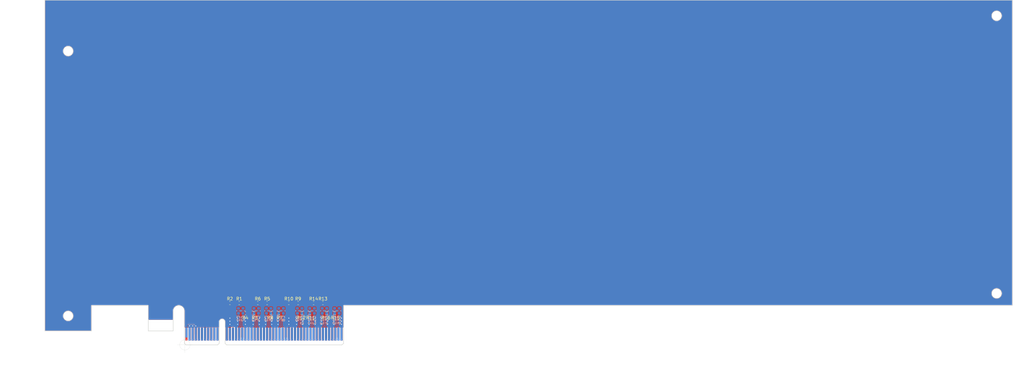
<source format=kicad_pcb>
(kicad_pcb (version 20211014) (generator pcbnew)
  (title_block (title "PCIexpress_x16_full") (company "Author: Luca Anastasio"))
  (layers (0 "F.Cu" power) (1 "In1.Cu" power) (2 "In2.Cu" power) (31 "B.Cu" power) (34 "B.Paste" user) (35 "F.Paste" user) (36 "B.SilkS" user "B.Silkscreen") (37 "F.SilkS" user "F.Silkscreen") (38 "B.Mask" user) (39 "F.Mask" user) (44 "Edge.Cuts" user))
  (net 0 "")
  (net 1 "GND")
  (net 2 "Net-(J2-PadA33)")
  (net 3 "Net-(J2-PadA32)")
  (net 4 "Net-(J2-PadA19)")
  (net 5 "+12V")
  (net 6 "+3V3")
  (net 7 "+3.3VA")
  (net 8 "Net-(J2-PadB12)")
  (net 9 "Net-(J2-PadB30)")
  (net 10 "/PER0_P")
  (net 11 "/PER0_N")
  (net 12 "/PER1_P")
  (net 13 "/PER1_N")
  (net 14 "/PER2_P")
  (net 15 "/PER2_N")
  (net 16 "/PER3_P")
  (net 17 "/PER3_N")
  (net 18 "/PER4_P")
  (net 19 "/PER4_N")
  (net 20 "/PER5_P")
  (net 21 "/PER5_N")
  (net 22 "/PER6_P")
  (net 23 "/PER6_N")
  (net 24 "/PER7_P")
  (net 25 "/PER7_N")
  (net 26 "/~{PRSNT2x8}")
  (net 27 "/PET7_N")
  (net 28 "/PET7_P")
  (net 29 "/PET6_N")
  (net 30 "/PET6_P")
  (net 31 "/PET5_N")
  (net 32 "/PET5_P")
  (net 33 "/PET4_N")
  (net 34 "/PET4_P")
  (net 35 "/~{PRSNT2x4}")
  (net 36 "/PET3_N")
  (net 37 "/PET3_P")
  (net 38 "/PET2_N")
  (net 39 "/PET2_P")
  (net 40 "/PET1_N")
  (net 41 "/PET1_P")
  (net 42 "/SMCLK")
  (net 43 "/SMDAT")
  (net 44 "/~{TRST}")
  (net 45 "/~{WAKE}")
  (net 46 "/PET0_P")
  (net 47 "/PET0_N")
  (net 48 "/~{PRSNT2x1}")
  (net 49 "/~{PRSNT1}")
  (net 50 "/TCK")
  (net 51 "/TDI")
  (net 52 "/TDO")
  (net 53 "/TMS")
  (net 54 "/~{PERST}")
  (net 55 "/REFCLK-")
  (net 56 "/REFCLK+")
  (net 57 "/PCIexpress_connector/_PER0_P")
  (net 58 "/PCIexpress_connector/_PER0_N")
  (net 59 "/PCIexpress_connector/_PER1_P")
  (net 60 "/PCIexpress_connector/_PER1_N")
  (net 61 "/PCIexpress_connector/_PER2_P")
  (net 62 "/PCIexpress_connector/_PER2_N")
  (net 63 "/PCIexpress_connector/_PER3_P")
  (net 64 "/PCIexpress_connector/_PER3_N")
  (net 65 "/PCIexpress_connector/_PER4_P")
  (net 66 "/PCIexpress_connector/_PER4_N")
  (net 67 "/PCIexpress_connector/_PER5_P")
  (net 68 "/PCIexpress_connector/_PER5_N")
  (net 69 "/PCIexpress_connector/_PER6_P")
  (net 70 "/PCIexpress_connector/_PER6_N")
  (net 71 "/PCIexpress_connector/_PER7_P")
  (net 72 "/PCIexpress_connector/_PER7_N")
  (footprint "PCIexpress:PCIexpress_bracket_full" (layer "F.Cu") (at 109.625 194.125)
    (fp_text reference "J1" hide)
    (fp_text value "PCIexpress_bracket")
  )
  (footprint "Resistor_SMD:R_0603_1608Metric" (layer "F.Cu") (at 127.125 180.625)
    (fp_text reference "R1" (at 0 -1.375) (layer "F.SilkS"))
    (fp_text value "49.9")
    (pad "1" smd roundrect locked (at -0.7875 0) (size 0.875 0.95) (layers "F.Cu" "F.Paste" "F.Mask") (net 47 "/PET0_N"))
    (pad "2" smd roundrect locked (at 0.7875 0) (size 0.875 0.95) (layers "F.Cu" "F.Paste" "F.Mask") (net 1 "GND"))
  )
  (footprint "Resistor_SMD:R_0603_1608Metric" (layer "F.Cu") (at 124.125 180.625 180)
    (fp_text reference "R2" (at 0 1.375) (layer "F.SilkS"))
    (fp_text value "49.9")
    (pad "1" smd roundrect locked (at -0.7875 0 180) (size 0.875 0.95) (layers "F.Cu" "F.Paste" "F.Mask") (net 46 "/PET0_P"))
    (pad "2" smd roundrect locked (at 0.7875 0 180) (size 0.875 0.95) (layers "F.Cu" "F.Paste" "F.Mask") (net 1 "GND"))
  )
  (footprint "Resistor_SMD:R_0603_1608Metric" (layer "F.Cu") (at 136.125 180.625)
    (fp_text reference "R5" (at 0 -1.375) (layer "F.SilkS"))
    (fp_text value "49.9")
    (pad "1" smd roundrect locked (at -0.7875 0) (size 0.875 0.95) (layers "F.Cu" "F.Paste" "F.Mask") (net 38 "/PET2_N"))
    (pad "2" smd roundrect locked (at 0.7875 0) (size 0.875 0.95) (layers "F.Cu" "F.Paste" "F.Mask") (net 1 "GND"))
  )
  (footprint "Resistor_SMD:R_0603_1608Metric" (layer "F.Cu") (at 133.125 180.625 180)
    (fp_text reference "R6" (at 0 1.375) (layer "F.SilkS"))
    (fp_text value "49.9")
    (pad "1" smd roundrect locked (at -0.7875 0 180) (size 0.875 0.95) (layers "F.Cu" "F.Paste" "F.Mask") (net 39 "/PET2_P"))
    (pad "2" smd roundrect locked (at 0.7875 0 180) (size 0.875 0.95) (layers "F.Cu" "F.Paste" "F.Mask") (net 1 "GND"))
  )
  (footprint "Resistor_SMD:R_0603_1608Metric" (layer "F.Cu") (at 140.125 183.875)
    (fp_text reference "R7" (at 0 1.5) (layer "F.SilkS"))
    (fp_text value "49.9")
    (pad "1" smd roundrect locked (at -0.7875 0) (size 0.875 0.95) (layers "F.Cu" "F.Paste" "F.Mask") (net 36 "/PET3_N"))
    (pad "2" smd roundrect locked (at 0.7875 0) (size 0.875 0.95) (layers "F.Cu" "F.Paste" "F.Mask") (net 1 "GND"))
  )
  (footprint "Resistor_SMD:R_0603_1608Metric" (layer "F.Cu") (at 137.125 183.875 180)
    (fp_text reference "R8" (at 0 -1.5) (layer "F.SilkS"))
    (fp_text value "49.9")
    (pad "1" smd roundrect locked (at -0.7875 0 180) (size 0.875 0.95) (layers "F.Cu" "F.Paste" "F.Mask") (net 37 "/PET3_P"))
    (pad "2" smd roundrect locked (at 0.7875 0 180) (size 0.875 0.95) (layers "F.Cu" "F.Paste" "F.Mask") (net 1 "GND"))
  )
  (footprint "Resistor_SMD:R_0603_1608Metric" (layer "F.Cu") (at 146.125 180.625)
    (fp_text reference "R9" (at 0 -1.375) (layer "F.SilkS"))
    (fp_text value "49.9")
    (pad "1" smd roundrect locked (at -0.7875 0) (size 0.875 0.95) (layers "F.Cu" "F.Paste" "F.Mask") (net 33 "/PET4_N"))
    (pad "2" smd roundrect locked (at 0.7875 0) (size 0.875 0.95) (layers "F.Cu" "F.Paste" "F.Mask") (net 1 "GND"))
  )
  (footprint "Resistor_SMD:R_0603_1608Metric" (layer "F.Cu") (at 143.125 180.625 180)
    (fp_text reference "R10" (at 0 1.375) (layer "F.SilkS"))
    (fp_text value "49.9")
    (pad "1" smd roundrect locked (at -0.7875 0 180) (size 0.875 0.95) (layers "F.Cu" "F.Paste" "F.Mask") (net 34 "/PET4_P"))
    (pad "2" smd roundrect locked (at 0.7875 0 180) (size 0.875 0.95) (layers "F.Cu" "F.Paste" "F.Mask") (net 1 "GND"))
  )
  (footprint "Resistor_SMD:R_0603_1608Metric" (layer "F.Cu") (at 150.125 183.875)
    (fp_text reference "R11" (at 0 1.5) (layer "F.SilkS"))
    (fp_text value "49.9")
    (pad "1" smd roundrect locked (at -0.7875 0) (size 0.875 0.95) (layers "F.Cu" "F.Paste" "F.Mask") (net 31 "/PET5_N"))
    (pad "2" smd roundrect locked (at 0.7875 0) (size 0.875 0.95) (layers "F.Cu" "F.Paste" "F.Mask") (net 1 "GND"))
  )
  (footprint "Resistor_SMD:R_0603_1608Metric" (layer "F.Cu") (at 147.125 183.875 180)
    (fp_text reference "R12" (at 0 -1.5) (layer "F.SilkS"))
    (fp_text value "49.9")
    (pad "1" smd roundrect locked (at -0.7875 0 180) (size 0.875 0.95) (layers "F.Cu" "F.Paste" "F.Mask") (net 32 "/PET5_P"))
    (pad "2" smd roundrect locked (at 0.7875 0 180) (size 0.875 0.95) (layers "F.Cu" "F.Paste" "F.Mask") (net 1 "GND"))
  )
  (footprint "Resistor_SMD:R_0603_1608Metric" (layer "F.Cu") (at 154.125 180.625)
    (fp_text reference "R13" (at 0 -1.375) (layer "F.SilkS"))
    (fp_text value "49.9")
    (pad "1" smd roundrect locked (at -0.7875 0) (size 0.875 0.95) (layers "F.Cu" "F.Paste" "F.Mask") (net 29 "/PET6_N"))
    (pad "2" smd roundrect locked (at 0.7875 0) (size 0.875 0.95) (layers "F.Cu" "F.Paste" "F.Mask") (net 1 "GND"))
  )
  (footprint "Resistor_SMD:R_0603_1608Metric" (layer "F.Cu") (at 151.125 180.625 180)
    (fp_text reference "R14" (at 0 1.375) (layer "F.SilkS"))
    (fp_text value "49.9")
    (pad "1" smd roundrect locked (at -0.7875 0 180) (size 0.875 0.95) (layers "F.Cu" "F.Paste" "F.Mask") (net 30 "/PET6_P"))
    (pad "2" smd roundrect locked (at 0.7875 0 180) (size 0.875 0.95) (layers "F.Cu" "F.Paste" "F.Mask") (net 1 "GND"))
  )
  (footprint "Resistor_SMD:R_0603_1608Metric" (layer "F.Cu") (at 158.125 183.875)
    (fp_text reference "R15" (at 0 1.5) (layer "F.SilkS"))
    (fp_text value "49.9")
    (pad "1" smd roundrect locked (at -0.7875 0) (size 0.875 0.95) (layers "F.Cu" "F.Paste" "F.Mask") (net 27 "/PET7_N"))
    (pad "2" smd roundrect locked (at 0.7875 0) (size 0.875 0.95) (layers "F.Cu" "F.Paste" "F.Mask") (net 1 "GND"))
  )
  (footprint "Resistor_SMD:R_0603_1608Metric" (layer "F.Cu") (at 155.125 183.875 180)
    (fp_text reference "R16" (at 0 -1.5) (layer "F.SilkS"))
    (fp_text value "49.9")
    (pad "1" smd roundrect locked (at -0.7875 0 180) (size 0.875 0.95) (layers "F.Cu" "F.Paste" "F.Mask") (net 28 "/PET7_P"))
    (pad "2" smd roundrect locked (at 0.7875 0 180) (size 0.875 0.95) (layers "F.Cu" "F.Paste" "F.Mask") (net 1 "GND"))
  )
  (footprint "Resistor_SMD:R_0603_1608Metric" (layer "F.Cu") (at 129.125 183.875 180)
    (fp_text reference "R4" (at 0 -1.5) (layer "F.SilkS"))
    (fp_text value "49.9")
    (pad "1" smd roundrect locked (at -0.7875 0 180) (size 0.875 0.95) (layers "F.Cu" "F.Paste" "F.Mask") (net 41 "/PET1_P"))
    (pad "2" smd roundrect locked (at 0.7875 0 180) (size 0.875 0.95) (layers "F.Cu" "F.Paste" "F.Mask") (net 1 "GND"))
  )
  (footprint "Resistor_SMD:R_0603_1608Metric" (layer "F.Cu") (at 132.125 183.875)
    (fp_text reference "R3" (at 0 1.5) (layer "F.SilkS"))
    (fp_text value "49.9")
    (pad "1" smd roundrect locked (at -0.7875 0) (size 0.875 0.95) (layers "F.Cu" "F.Paste" "F.Mask") (net 40 "/PET1_N"))
    (pad "2" smd roundrect locked (at 0.7875 0) (size 0.875 0.95) (layers "F.Cu" "F.Paste" "F.Mask") (net 1 "GND"))
  )
  (footprint "PCIexpress:PCIexpress_x8" (layer "F.Cu") (at 109.625 194.125)
    (fp_text reference "J2" hide)
    (fp_text value "PCIexpress_x8")
    (pad "A1" connect rect locked (at 0.5 -4) (size 0.7 3.2) (layers "B.Cu") (net 49 "/~{PRSNT1}"))
    (pad "A2" connect rect locked (at 1.5 -3.5) (size 0.7 4.2) (layers "B.Cu") (net 5 "+12V"))
    (pad "A3" connect rect locked (at 2.5 -3.5) (size 0.7 4.2) (layers "B.Cu") (net 5 "+12V"))
    (pad "A4" connect rect locked (at 3.5 -3.5) (size 0.7 4.2) (layers "B.Cu") (net 1 "GND"))
    (pad "A5" connect rect locked (at 4.5 -3.5) (size 0.7 4.2) (layers "B.Cu") (net 50 "/TCK"))
    (pad "A6" connect rect locked (at 5.5 -3.5) (size 0.7 4.2) (layers "B.Cu") (net 51 "/TDI"))
    (pad "A7" connect rect locked (at 6.5 -3.5) (size 0.7 4.2) (layers "B.Cu") (net 52 "/TDO"))
    (pad "A8" connect rect locked (at 7.5 -3.5) (size 0.7 4.2) (layers "B.Cu") (net 53 "/TMS"))
    (pad "A9" connect rect locked (at 8.5 -3.5) (size 0.7 4.2) (layers "B.Cu") (net 6 "+3V3"))
    (pad "A10" connect rect locked (at 9.5 -3.5) (size 0.7 4.2) (layers "B.Cu") (net 6 "+3V3"))
    (pad "A11" connect rect locked (at 10.5 -3.5) (size 0.7 4.2) (layers "B.Cu") (net 54 "/~{PERST}"))
    (pad "A12" connect rect locked (at 13.5 -3.5) (size 0.7 4.2) (layers "B.Cu") (net 1 "GND"))
    (pad "A13" connect rect locked (at 14.5 -3.5) (size 0.7 4.2) (layers "B.Cu") (net 56 "/REFCLK+"))
    (pad "A14" connect rect locked (at 15.5 -3.5) (size 0.7 4.2) (layers "B.Cu") (net 55 "/REFCLK-"))
    (pad "A15" connect rect locked (at 16.5 -3.5) (size 0.7 4.2) (layers "B.Cu") (net 1 "GND"))
    (pad "A16" connect rect locked (at 17.5 -3.5) (size 0.7 4.2) (layers "B.Cu") (net 57 "/PCIexpress_connector/_PER0_P"))
    (pad "A17" connect rect locked (at 18.5 -3.5) (size 0.7 4.2) (layers "B.Cu") (net 58 "/PCIexpress_connector/_PER0_N"))
    (pad "A18" connect rect locked (at 19.5 -3.5) (size 0.7 4.2) (layers "B.Cu") (net 1 "GND"))
    (pad "A19" connect rect locked (at 20.5 -3.5) (size 0.7 4.2) (layers "B.Cu") (net 4 "Net-(J2-PadA19)"))
    (pad "A20" connect rect locked (at 21.5 -3.5) (size 0.7 4.2) (layers "B.Cu") (net 1 "GND"))
    (pad "A21" connect rect locked (at 22.5 -3.5) (size 0.7 4.2) (layers "B.Cu") (net 59 "/PCIexpress_connector/_PER1_P"))
    (pad "A22" connect rect locked (at 23.5 -3.5) (size 0.7 4.2) (layers "B.Cu") (net 60 "/PCIexpress_connector/_PER1_N"))
    (pad "A23" connect rect locked (at 24.5 -3.5) (size 0.7 4.2) (layers "B.Cu") (net 1 "GND"))
    (pad "A24" connect rect locked (at 25.5 -3.5) (size 0.7 4.2) (layers "B.Cu") (net 1 "GND"))
    (pad "A25" connect rect locked (at 26.5 -3.5) (size 0.7 4.2) (layers "B.Cu") (net 61 "/PCIexpress_connector/_PER2_P"))
    (pad "A26" connect rect locked (at 27.5 -3.5) (size 0.7 4.2) (layers "B.Cu") (net 62 "/PCIexpress_connector/_PER2_N"))
    (pad "A27" connect rect locked (at 28.5 -3.5) (size 0.7 4.2) (layers "B.Cu") (net 1 "GND"))
    (pad "A28" connect rect locked (at 29.5 -3.5) (size 0.7 4.2) (layers "B.Cu") (net 1 "GND"))
    (pad "A29" connect rect locked (at 30.5 -3.5) (size 0.7 4.2) (layers "B.Cu") (net 63 "/PCIexpress_connector/_PER3_P"))
    (pad "A30" connect rect locked (at 31.5 -3.5) (size 0.7 4.2) (layers "B.Cu") (net 64 "/PCIexpress_connector/_PER3_N"))
    (pad "A31" connect rect locked (at 32.5 -3.5) (size 0.7 4.2) (layers "B.Cu") (net 1 "GND"))
    (pad "A32" connect rect locked (at 33.5 -3.5) (size 0.7 4.2) (layers "B.Cu") (net 3 "Net-(J2-PadA32)"))
    (pad "A33" connect rect locked (at 34.5 -3.5) (size 0.7 4.2) (layers "B.Cu") (net 2 "Net-(J2-PadA33)"))
    (pad "A34" connect rect locked (at 35.5 -3.5) (size 0.7 4.2) (layers "B.Cu") (net 1 "GND"))
    (pad "A35" connect rect locked (at 36.5 -3.5) (size 0.7 4.2) (layers "B.Cu") (net 65 "/PCIexpress_connector/_PER4_P"))
    (pad "A36" connect rect locked (at 37.5 -3.5) (size 0.7 4.2) (layers "B.Cu") (net 66 "/PCIexpress_connector/_PER4_N"))
    (pad "A37" connect rect locked (at 38.5 -3.5) (size 0.7 4.2) (layers "B.Cu") (net 1 "GND"))
    (pad "A38" connect rect locked (at 39.5 -3.5) (size 0.7 4.2) (layers "B.Cu") (net 1 "GND"))
    (pad "A39" connect rect locked (at 40.5 -3.5) (size 0.7 4.2) (layers "B.Cu") (net 67 "/PCIexpress_connector/_PER5_P"))
    (pad "A40" connect rect locked (at 41.5 -3.5) (size 0.7 4.2) (layers "B.Cu") (net 68 "/PCIexpress_connector/_PER5_N"))
    (pad "A41" connect rect locked (at 42.5 -3.5) (size 0.7 4.2) (layers "B.Cu") (net 1 "GND"))
    (pad "A42" connect rect locked (at 43.5 -3.5) (size 0.7 4.2) (layers "B.Cu") (net 1 "GND"))
    (pad "A43" connect rect locked (at 44.5 -3.5) (size 0.7 4.2) (layers "B.Cu") (net 69 "/PCIexpress_connector/_PER6_P"))
    (pad "A44" connect rect locked (at 45.5 -3.5) (size 0.7 4.2) (layers "B.Cu") (net 70 "/PCIexpress_connector/_PER6_N"))
    (pad "A45" connect rect locked (at 46.5 -3.5) (size 0.7 4.2) (layers "B.Cu") (net 1 "GND"))
    (pad "A46" connect rect locked (at 47.5 -3.5) (size 0.7 4.2) (layers "B.Cu") (net 1 "GND"))
    (pad "A47" connect rect locked (at 48.5 -3.5) (size 0.7 4.2) (layers "B.Cu") (net 71 "/PCIexpress_connector/_PER7_P"))
    (pad "A48" connect rect locked (at 49.5 -3.5) (size 0.7 4.2) (layers "B.Cu") (net 72 "/PCIexpress_connector/_PER7_N"))
    (pad "A49" connect rect locked (at 50.5 -3.5) (size 0.7 4.2) (layers "B.Cu") (net 1 "GND"))
    (pad "B1" connect rect locked (at 0.5 -3.5) (size 0.7 4.2) (layers "F.Cu") (net 5 "+12V"))
    (pad "B2" connect rect locked (at 1.5 -3.5) (size 0.7 4.2) (layers "F.Cu") (net 5 "+12V"))
    (pad "B3" connect rect locked (at 2.5 -3.5) (size 0.7 4.2) (layers "F.Cu") (net 5 "+12V"))
    (pad "B4" connect rect locked (at 3.5 -3.5) (size 0.7 4.2) (layers "F.Cu") (net 1 "GND"))
    (pad "B5" connect rect locked (at 4.5 -3.5) (size 0.7 4.2) (layers "F.Cu") (net 42 "/SMCLK"))
    (pad "B6" connect rect locked (at 5.5 -3.5) (size 0.7 4.2) (layers "F.Cu") (net 43 "/SMDAT"))
    (pad "B7" connect rect locked (at 6.5 -3.5) (size 0.7 4.2) (layers "F.Cu") (net 1 "GND"))
    (pad "B8" connect rect locked (at 7.5 -3.5) (size 0.7 4.2) (layers "F.Cu") (net 6 "+3V3"))
    (pad "B9" connect rect locked (at 8.5 -3.5) (size 0.7 4.2) (layers "F.Cu") (net 44 "/~{TRST}"))
    (pad "B10" connect rect locked (at 9.5 -3.5) (size 0.7 4.2) (layers "F.Cu") (net 7 "+3.3VA"))
    (pad "B11" connect rect locked (at 10.5 -3.5) (size 0.7 4.2) (layers "F.Cu") (net 45 "/~{WAKE}"))
    (pad "B12" connect rect locked (at 13.5 -3.5) (size 0.7 4.2) (layers "F.Cu") (net 8 "Net-(J2-PadB12)"))
    (pad "B13" connect rect locked (at 14.5 -3.5) (size 0.7 4.2) (layers "F.Cu") (net 1 "GND"))
    (pad "B14" connect rect locked (at 15.5 -3.5) (size 0.7 4.2) (layers "F.Cu") (net 46 "/PET0_P"))
    (pad "B15" connect rect locked (at 16.5 -3.5) (size 0.7 4.2) (layers "F.Cu") (net 47 "/PET0_N"))
    (pad "B16" connect rect locked (at 17.5 -3.5) (size 0.7 4.2) (layers "F.Cu") (net 1 "GND"))
    (pad "B17" connect rect locked (at 18.5 -4) (size 0.7 3.2) (layers "F.Cu") (net 48 "/~{PRSNT2x1}"))
    (pad "B18" connect rect locked (at 19.5 -3.5) (size 0.7 4.2) (layers "F.Cu") (net 1 "GND"))
    (pad "B19" connect rect locked (at 20.5 -3.5) (size 0.7 4.2) (layers "F.Cu") (net 41 "/PET1_P"))
    (pad "B20" connect rect locked (at 21.5 -3.5) (size 0.7 4.2) (layers "F.Cu") (net 40 "/PET1_N"))
    (pad "B21" connect rect locked (at 22.5 -3.5) (size 0.7 4.2) (layers "F.Cu") (net 1 "GND"))
    (pad "B22" connect rect locked (at 23.5 -3.5) (size 0.7 4.2) (layers "F.Cu") (net 1 "GND"))
    (pad "B23" connect rect locked (at 24.5 -3.5) (size 0.7 4.2) (layers "F.Cu") (net 39 "/PET2_P"))
    (pad "B24" connect rect locked (at 25.5 -3.5) (size 0.7 4.2) (layers "F.Cu") (net 38 "/PET2_N"))
    (pad "B25" connect rect locked (at 26.5 -3.5) (size 0.7 4.2) (layers "F.Cu") (net 1 "GND"))
    (pad "B26" connect rect locked (at 27.5 -3.5) (size 0.7 4.2) (layers "F.Cu") (net 1 "GND"))
    (pad "B27" connect rect locked (at 28.5 -3.5) (size 0.7 4.2) (layers "F.Cu") (net 37 "/PET3_P"))
    (pad "B28" connect rect locked (at 29.5 -3.5) (size 0.7 4.2) (layers "F.Cu") (net 36 "/PET3_N"))
    (pad "B29" connect rect locked (at 30.5 -3.5) (size 0.7 4.2) (layers "F.Cu") (net 1 "GND"))
    (pad "B30" connect rect locked (at 31.5 -3.5) (size 0.7 4.2) (layers "F.Cu") (net 9 "Net-(J2-PadB30)"))
    (pad "B31" connect rect locked (at 32.5 -4) (size 0.7 3.2) (layers "F.Cu") (net 35 "/~{PRSNT2x4}"))
    (pad "B32" connect rect locked (at 33.5 -3.5) (size 0.7 4.2) (layers "F.Cu") (net 1 "GND"))
    (pad "B33" connect rect locked (at 34.5 -3.5) (size 0.7 4.2) (layers "F.Cu") (net 34 "/PET4_P"))
    (pad "B34" connect rect locked (at 35.5 -3.5) (size 0.7 4.2) (layers "F.Cu") (net 33 "/PET4_N"))
    (pad "B35" connect rect locked (at 36.5 -3.5) (size 0.7 4.2) (layers "F.Cu") (net 1 "GND"))
    (pad "B36" connect rect locked (at 37.5 -3.5) (size 0.7 4.2) (layers "F.Cu") (net 1 "GND"))
    (pad "B37" connect rect locked (at 38.5 -3.5) (size 0.7 4.2) (layers "F.Cu") (net 32 "/PET5_P"))
    (pad "B38" connect rect locked (at 39.5 -3.5) (size 0.7 4.2) (layers "F.Cu") (net 31 "/PET5_N"))
    (pad "B39" connect rect locked (at 40.5 -3.5) (size 0.7 4.2) (layers "F.Cu") (net 1 "GND"))
    (pad "B40" connect rect locked (at 41.5 -3.5) (size 0.7 4.2) (layers "F.Cu") (net 1 "GND"))
    (pad "B41" connect rect locked (at 42.5 -3.5) (size 0.7 4.2) (layers "F.Cu") (net 30 "/PET6_P"))
    (pad "B42" connect rect locked (at 43.5 -3.5) (size 0.7 4.2) (layers "F.Cu") (net 29 "/PET6_N"))
    (pad "B43" connect rect locked (at 44.5 -3.5) (size 0.7 4.2) (layers "F.Cu") (net 1 "GND"))
    (pad "B44" connect rect locked (at 45.5 -3.5) (size 0.7 4.2) (layers "F.Cu") (net 1 "GND"))
    (pad "B45" connect rect locked (at 46.5 -3.5) (size 0.7 4.2) (layers "F.Cu") (net 28 "/PET7_P"))
    (pad "B46" connect rect locked (at 47.5 -3.5) (size 0.7 4.2) (layers "F.Cu") (net 27 "/PET7_N"))
    (pad "B47" connect rect locked (at 48.5 -3.5) (size 0.7 4.2) (layers "F.Cu") (net 1 "GND"))
    (pad "B48" connect rect locked (at 49.5 -4) (size 0.7 3.2) (layers "F.Cu") (net 26 "/~{PRSNT2x8}"))
    (pad "B49" connect rect locked (at 50.5 -3.5) (size 0.7 4.2) (layers "F.Cu") (net 1 "GND"))
  )
  (footprint "Capacitor_SMD:C_0603_1608Metric" (layer "B.Cu") (at 126.875 183.125 -90)
    (fp_text reference "C1" (at 2.5 0 90) (layer "B.SilkS") (effects (justify mirror)))
    (fp_text value "100n")
    (pad "1" smd roundrect locked (at -0.7875 0 270) (size 0.875 0.95) (layers "B.Cu" "B.Paste" "B.Mask") (net 10 "/PER0_P"))
    (pad "2" smd roundrect locked (at 0.7875 0 270) (size 0.875 0.95) (layers "B.Cu" "B.Paste" "B.Mask") (net 57 "/PCIexpress_connector/_PER0_P"))
  )
  (footprint "Capacitor_SMD:C_0603_1608Metric" (layer "B.Cu") (at 128.375 183.125 90)
    (fp_text reference "C2" (at -2.5 0 90) (layer "B.SilkS") (effects (justify mirror)))
    (fp_text value "100n")
    (pad "1" smd roundrect locked (at -0.7875 0 90) (size 0.875 0.95) (layers "B.Cu" "B.Paste" "B.Mask") (net 58 "/PCIexpress_connector/_PER0_N"))
    (pad "2" smd roundrect locked (at 0.7875 0 90) (size 0.875 0.95) (layers "B.Cu" "B.Paste" "B.Mask") (net 11 "/PER0_N"))
  )
  (footprint "Capacitor_SMD:C_0603_1608Metric" (layer "B.Cu") (at 131.875 183.125 -90)
    (fp_text reference "C3" (at 2.5 0 90) (layer "B.SilkS") (effects (justify mirror)))
    (fp_text value "100n")
    (pad "1" smd roundrect locked (at -0.7875 0 270) (size 0.875 0.95) (layers "B.Cu" "B.Paste" "B.Mask") (net 12 "/PER1_P"))
    (pad "2" smd roundrect locked (at 0.7875 0 270) (size 0.875 0.95) (layers "B.Cu" "B.Paste" "B.Mask") (net 59 "/PCIexpress_connector/_PER1_P"))
  )
  (footprint "Capacitor_SMD:C_0603_1608Metric" (layer "B.Cu") (at 133.375 183.125 90)
    (fp_text reference "C4" (at -2.5 0 90) (layer "B.SilkS") (effects (justify mirror)))
    (fp_text value "100n")
    (pad "1" smd roundrect locked (at -0.7875 0 90) (size 0.875 0.95) (layers "B.Cu" "B.Paste" "B.Mask") (net 60 "/PCIexpress_connector/_PER1_N"))
    (pad "2" smd roundrect locked (at 0.7875 0 90) (size 0.875 0.95) (layers "B.Cu" "B.Paste" "B.Mask") (net 13 "/PER1_N"))
  )
  (footprint "Capacitor_SMD:C_0603_1608Metric" (layer "B.Cu") (at 135.875 183.125 -90)
    (fp_text reference "C5" (at 2.5 0 90) (layer "B.SilkS") (effects (justify mirror)))
    (fp_text value "100n")
    (pad "1" smd roundrect locked (at -0.7875 0 270) (size 0.875 0.95) (layers "B.Cu" "B.Paste" "B.Mask") (net 14 "/PER2_P"))
    (pad "2" smd roundrect locked (at 0.7875 0 270) (size 0.875 0.95) (layers "B.Cu" "B.Paste" "B.Mask") (net 61 "/PCIexpress_connector/_PER2_P"))
  )
  (footprint "Capacitor_SMD:C_0603_1608Metric" (layer "B.Cu") (at 137.375 183.125 90)
    (fp_text reference "C6" (at -2.5 0 90) (layer "B.SilkS") (effects (justify mirror)))
    (fp_text value "100n")
    (pad "1" smd roundrect locked (at -0.7875 0 90) (size 0.875 0.95) (layers "B.Cu" "B.Paste" "B.Mask") (net 62 "/PCIexpress_connector/_PER2_N"))
    (pad "2" smd roundrect locked (at 0.7875 0 90) (size 0.875 0.95) (layers "B.Cu" "B.Paste" "B.Mask") (net 15 "/PER2_N"))
  )
  (footprint "Capacitor_SMD:C_0603_1608Metric" (layer "B.Cu") (at 139.875 183.125 -90)
    (fp_text reference "C7" (at 2.5 0 90) (layer "B.SilkS") (effects (justify mirror)))
    (fp_text value "100n")
    (pad "1" smd roundrect locked (at -0.7875 0 270) (size 0.875 0.95) (layers "B.Cu" "B.Paste" "B.Mask") (net 16 "/PER3_P"))
    (pad "2" smd roundrect locked (at 0.7875 0 270) (size 0.875 0.95) (layers "B.Cu" "B.Paste" "B.Mask") (net 63 "/PCIexpress_connector/_PER3_P"))
  )
  (footprint "Capacitor_SMD:C_0603_1608Metric" (layer "B.Cu") (at 141.375 183.125 90)
    (fp_text reference "C8" (at -2.5 0 90) (layer "B.SilkS") (effects (justify mirror)))
    (fp_text value "100n")
    (pad "1" smd roundrect locked (at -0.7875 0 90) (size 0.875 0.95) (layers "B.Cu" "B.Paste" "B.Mask") (net 64 "/PCIexpress_connector/_PER3_N"))
    (pad "2" smd roundrect locked (at 0.7875 0 90) (size 0.875 0.95) (layers "B.Cu" "B.Paste" "B.Mask") (net 17 "/PER3_N"))
  )
  (footprint "Capacitor_SMD:C_0603_1608Metric" (layer "B.Cu") (at 145.875 183.125 -90)
    (fp_text reference "C9" (at 2.5 0 90) (layer "B.SilkS") (effects (justify mirror)))
    (fp_text value "100n")
    (pad "1" smd roundrect locked (at -0.7875 0 270) (size 0.875 0.95) (layers "B.Cu" "B.Paste" "B.Mask") (net 18 "/PER4_P"))
    (pad "2" smd roundrect locked (at 0.7875 0 270) (size 0.875 0.95) (layers "B.Cu" "B.Paste" "B.Mask") (net 65 "/PCIexpress_connector/_PER4_P"))
  )
  (footprint "Capacitor_SMD:C_0603_1608Metric" (layer "B.Cu") (at 147.375 183.125 90)
    (fp_text reference "C10" (at -3 0 90) (layer "B.SilkS") (effects (justify mirror)))
    (fp_text value "100n")
    (pad "1" smd roundrect locked (at -0.7875 0 90) (size 0.875 0.95) (layers "B.Cu" "B.Paste" "B.Mask") (net 66 "/PCIexpress_connector/_PER4_N"))
    (pad "2" smd roundrect locked (at 0.7875 0 90) (size 0.875 0.95) (layers "B.Cu" "B.Paste" "B.Mask") (net 19 "/PER4_N"))
  )
  (footprint "Capacitor_SMD:C_0603_1608Metric" (layer "B.Cu") (at 149.875 183.125 -90)
    (fp_text reference "C11" (at 3 0 90) (layer "B.SilkS") (effects (justify mirror)))
    (fp_text value "100n")
    (pad "1" smd roundrect locked (at -0.7875 0 270) (size 0.875 0.95) (layers "B.Cu" "B.Paste" "B.Mask") (net 20 "/PER5_P"))
    (pad "2" smd roundrect locked (at 0.7875 0 270) (size 0.875 0.95) (layers "B.Cu" "B.Paste" "B.Mask") (net 67 "/PCIexpress_connector/_PER5_P"))
  )
  (footprint "Capacitor_SMD:C_0603_1608Metric" (layer "B.Cu") (at 151.375 183.125 90)
    (fp_text reference "C12" (at -3 0 90) (layer "B.SilkS") (effects (justify mirror)))
    (fp_text value "100n")
    (pad "1" smd roundrect locked (at -0.7875 0 90) (size 0.875 0.95) (layers "B.Cu" "B.Paste" "B.Mask") (net 68 "/PCIexpress_connector/_PER5_N"))
    (pad "2" smd roundrect locked (at 0.7875 0 90) (size 0.875 0.95) (layers "B.Cu" "B.Paste" "B.Mask") (net 21 "/PER5_N"))
  )
  (footprint "Capacitor_SMD:C_0603_1608Metric" (layer "B.Cu") (at 155.375 183.125 90)
    (fp_text reference "C14" (at -3 0 90) (layer "B.SilkS") (effects (justify mirror)))
    (fp_text value "100n")
    (pad "1" smd roundrect locked (at -0.7875 0 90) (size 0.875 0.95) (layers "B.Cu" "B.Paste" "B.Mask") (net 70 "/PCIexpress_connector/_PER6_N"))
    (pad "2" smd roundrect locked (at 0.7875 0 90) (size 0.875 0.95) (layers "B.Cu" "B.Paste" "B.Mask") (net 23 "/PER6_N"))
  )
  (footprint "Capacitor_SMD:C_0603_1608Metric" (layer "B.Cu") (at 157.875 183.125 -90)
    (fp_text reference "C15" (at 3 0 90) (layer "B.SilkS") (effects (justify mirror)))
    (fp_text value "100n")
    (pad "1" smd roundrect locked (at -0.7875 0 270) (size 0.875 0.95) (layers "B.Cu" "B.Paste" "B.Mask") (net 24 "/PER7_P"))
    (pad "2" smd roundrect locked (at 0.7875 0 270) (size 0.875 0.95) (layers "B.Cu" "B.Paste" "B.Mask") (net 71 "/PCIexpress_connector/_PER7_P"))
  )
  (footprint "Capacitor_SMD:C_0603_1608Metric" (layer "B.Cu") (at 159.375 183.125 90)
    (fp_text reference "C16" (at -3 0 90) (layer "B.SilkS") (effects (justify mirror)))
    (fp_text value "100n")
    (pad "1" smd roundrect locked (at -0.7875 0 90) (size 0.875 0.95) (layers "B.Cu" "B.Paste" "B.Mask") (net 72 "/PCIexpress_connector/_PER7_N"))
    (pad "2" smd roundrect locked (at 0.7875 0 90) (size 0.875 0.95) (layers "B.Cu" "B.Paste" "B.Mask") (net 25 "/PER7_N"))
  )
  (footprint "Capacitor_SMD:C_0603_1608Metric" (layer "B.Cu") (at 153.875 183.125 -90)
    (fp_text reference "C13" (at 3 0 90) (layer "B.SilkS") (effects (justify mirror)))
    (fp_text value "100n")
    (pad "1" smd roundrect locked (at -0.7875 0 270) (size 0.875 0.95) (layers "B.Cu" "B.Paste" "B.Mask") (net 22 "/PER6_P"))
    (pad "2" smd roundrect locked (at 0.7875 0 270) (size 0.875 0.95) (layers "B.Cu" "B.Paste" "B.Mask") (net 69 "/PCIexpress_connector/_PER6_P"))
  )
  (gr_circle (center 71.975 184.775) (end 73.575 184.775) (layer "Edge.Cuts") (width 0.15) (fill none))
  (gr_line (start 79.475 189.625) (end 79.475 181.375) (layer "Edge.Cuts") (width 0.15))
  (gr_line (start 122.575 186.675) (end 122.575 193.625) (layer "Edge.Cuts") (width 0.15))
  (gr_line (start 120.675 193.625) (end 120.675 186.675) (layer "Edge.Cuts") (width 0.15))
  (gr_line (start 64.475 82.975) (end 64.475 189.625) (layer "Edge.Cuts") (width 0.15))
  (gr_circle (center 71.975 99.375) (end 73.575 99.375) (layer "Edge.Cuts") (width 0.15) (fill none))
  (gr_line (start 64.475 189.625) (end 79.475 189.625) (layer "Edge.Cuts") (width 0.15))
  (gr_line (start 105.825 189.625) (end 105.825 183.2) (layer "Edge.Cuts") (width 0.15))
  (gr_line (start 160.275 194.125) (end 160.775 193.625) (layer "Edge.Cuts") (width 0.15))
  (gr_line (start 160.775 193.625) (end 160.775 181.375) (layer "Edge.Cuts") (width 0.15))
  (gr_line (start 120.175 194.125) (end 120.675 193.625) (layer "Edge.Cuts") (width 0.15))
  (gr_line (start 376.475 82.975) (end 64.475 82.975) (layer "Edge.Cuts") (width 0.15))
  (gr_line (start 79.475 181.375) (end 97.825 181.375) (layer "Edge.Cuts") (width 0.15))
  (gr_line (start 97.825 181.375) (end 97.825 189.625) (layer "Edge.Cuts") (width 0.15))
  (gr_circle (center 371.395 177.525) (end 372.995 177.525) (layer "Edge.Cuts") (width 0.15) (fill none))
  (gr_line (start 160.775 181.375) (end 376.4777 181.375) (layer "Edge.Cuts") (width 0.15))
  (gr_line (start 376.4777 181.375) (end 376.475 82.975) (layer "Edge.Cuts") (width 0.15))
  (gr_line (start 109.475 193.625) (end 109.975 194.125) (layer "Edge.Cuts") (width 0.15))
  (gr_arc (start 120.675 186.675) (mid 121.625 185.725) (end 122.575 186.675) (layer "Edge.Cuts") (width 0.15))
  (gr_line (start 109.475 183.2) (end 109.475 193.625) (layer "Edge.Cuts") (width 0.15))
  (gr_circle (center 371.395 87.995) (end 372.995 87.995) (layer "Edge.Cuts") (width 0.15) (fill none))
  (gr_line (start 97.825 189.625) (end 105.825 189.625) (layer "Edge.Cuts") (width 0.15))
  (gr_line (start 109.975 194.125) (end 120.175 194.125) (layer "Edge.Cuts") (width 0.15))
  (gr_arc (start 105.825 183.2) (mid 107.65 181.375) (end 109.475 183.2) (layer "Edge.Cuts") (width 0.15))
  (gr_line (start 122.575 193.625) (end 123.075 194.125) (layer "Edge.Cuts") (width 0.15))
  (gr_line (start 160.275 194.125) (end 123.075 194.125) (layer "Edge.Cuts") (width 0.15))
  (target plus (at 109.625 194.125) (size 5) (width 0.05) (layer "Edge.Cuts"))
  (segment (start 113.125 188.125) (end 113.125 188.125) (width 0.7) (layer "F.Cu") (net 1))
  (segment (start 113.125 190.625) (end 113.125 188) (width 0.7) (layer "F.Cu") (net 1))
  (via (at 124.125 185.5) (size 0.55) (drill 0.3) (layers "F.Cu" "B.Cu") (net 1))
  (via (at 143.125 185.5) (size 0.55) (drill 0.3) (layers "F.Cu" "B.Cu") (net 1))
  (via (at 157.625 185.5) (size 0.55) (drill 0.3) (layers "F.Cu" "B.Cu") (net 1))
  (via (at 135.625 185.5) (size 0.55) (drill 0.3) (layers "F.Cu" "B.Cu") (net 1))
  (via (at 139.625 185.5) (size 0.55) (drill 0.3) (layers "F.Cu" "B.Cu") (net 1))
  (via (at 133.625 185.5) (size 0.55) (drill 0.3) (layers "F.Cu" "B.Cu") (net 1))
  (via (at 129.125 185.5) (size 0.55) (drill 0.3) (layers "F.Cu" "B.Cu") (net 1))
  (via (at 155.625 185.5) (size 0.55) (drill 0.3) (layers "F.Cu" "B.Cu") (net 1))
  (via (at 149.625 185.5) (size 0.55) (drill 0.3) (layers "F.Cu" "B.Cu") (net 1))
  (via (at 147.625 185.5) (size 0.55) (drill 0.3) (layers "F.Cu" "B.Cu") (net 1))
  (via (at 145.625 185.5) (size 0.55) (drill 0.3) (layers "F.Cu" "B.Cu") (net 1))
  (via (at 160.125 185.5) (size 0.55) (drill 0.3) (layers "F.Cu" "B.Cu") (net 1))
  (via (at 151.625 185.5) (size 0.55) (drill 0.3) (layers "F.Cu" "B.Cu") (net 1))
  (via (at 153.625 185.5) (size 0.55) (drill 0.3) (layers "F.Cu" "B.Cu") (net 1))
  (via (at 126.625 185.5) (size 0.55) (drill 0.3) (layers "F.Cu" "B.Cu") (net 1))
  (via (at 131.625 185.5) (size 0.55) (drill 0.3) (layers "F.Cu" "B.Cu") (net 1))
  (via (at 137.625 185.5) (size 0.55) (drill 0.3) (layers "F.Cu" "B.Cu") (net 1))
  (via (at 137.625 186.5) (size 0.55) (drill 0.3) (layers "F.Cu" "B.Cu") (net 1))
  (via (at 149.625 187.5) (size 0.55) (drill 0.3) (layers "F.Cu" "B.Cu") (net 1))
  (via (at 137.625 187.5) (size 0.55) (drill 0.3) (layers "F.Cu" "B.Cu") (net 1))
  (via (at 131.625 187.5) (size 0.55) (drill 0.3) (layers "F.Cu" "B.Cu") (net 1))
  (via (at 153.625 187.5) (size 0.55) (drill 0.3) (layers "F.Cu" "B.Cu") (net 1))
  (via (at 143.125 187.5) (size 0.55) (drill 0.3) (layers "F.Cu" "B.Cu") (net 1))
  (via (at 151.625 187.5) (size 0.55) (drill 0.3) (layers "F.Cu" "B.Cu") (net 1))
  (via (at 129.125 186.5) (size 0.55) (drill 0.3) (layers "F.Cu" "B.Cu") (net 1))
  (via (at 160.125 187.5) (size 0.55) (drill 0.3) (layers "F.Cu" "B.Cu") (net 1))
  (via (at 157.625 187.5) (size 0.55) (drill 0.3) (layers "F.Cu" "B.Cu") (net 1))
  (via (at 145.625 186.5) (size 0.55) (drill 0.3) (layers "F.Cu" "B.Cu") (net 1))
  (via (at 129.125 187.5) (size 0.55) (drill 0.3) (layers "F.Cu" "B.Cu") (net 1))
  (via (at 151.625 186.5) (size 0.55) (drill 0.3) (layers "F.Cu" "B.Cu") (net 1))
  (via (at 131.625 186.5) (size 0.55) (drill 0.3) (layers "F.Cu" "B.Cu") (net 1))
  (via (at 135.625 186.5) (size 0.55) (drill 0.3) (layers "F.Cu" "B.Cu") (net 1))
  (via (at 153.625 186.5) (size 0.55) (drill 0.3) (layers "F.Cu" "B.Cu") (net 1))
  (via (at 157.625 186.5) (size 0.55) (drill 0.3) (layers "F.Cu" "B.Cu") (net 1))
  (via (at 133.625 186.5) (size 0.55) (drill 0.3) (layers "F.Cu" "B.Cu") (net 1))
  (via (at 124.125 187.5) (size 0.55) (drill 0.3) (layers "F.Cu" "B.Cu") (net 1))
  (via (at 145.625 187.5) (size 0.55) (drill 0.3) (layers "F.Cu" "B.Cu") (net 1))
  (via (at 147.625 187.5) (size 0.55) (drill 0.3) (layers "F.Cu" "B.Cu") (net 1))
  (via (at 133.625 187.5) (size 0.55) (drill 0.3) (layers "F.Cu" "B.Cu") (net 1))
  (via (at 143.125 186.5) (size 0.55) (drill 0.3) (layers "F.Cu" "B.Cu") (net 1))
  (via (at 139.625 186.5) (size 0.55) (drill 0.3) (layers "F.Cu" "B.Cu") (net 1))
  (via (at 135.625 187.5) (size 0.55) (drill 0.3) (layers "F.Cu" "B.Cu") (net 1))
  (via (at 160.125 186.5) (size 0.55) (drill 0.3) (layers "F.Cu" "B.Cu") (net 1))
  (via (at 126.625 187.5) (size 0.55) (drill 0.3) (layers "F.Cu" "B.Cu") (net 1))
  (via (at 147.625 186.5) (size 0.55) (drill 0.3) (layers "F.Cu" "B.Cu") (net 1))
  (via (at 126.625 186.5) (size 0.55) (drill 0.3) (layers "F.Cu" "B.Cu") (net 1))
  (via (at 139.625 187.5) (size 0.55) (drill 0.3) (layers "F.Cu" "B.Cu") (net 1))
  (via (at 113.125 188) (size 0.55) (drill 0.3) (layers "F.Cu" "B.Cu") (net 1))
  (via (at 124.125 186.5) (size 0.55) (drill 0.3) (layers "F.Cu" "B.Cu") (net 1))
  (via (at 149.625 186.5) (size 0.55) (drill 0.3) (layers "F.Cu" "B.Cu") (net 1))
  (via (at 155.625 187.5) (size 0.55) (drill 0.3) (layers "F.Cu" "B.Cu") (net 1))
  (via (at 155.625 186.5) (size 0.55) (drill 0.3) (layers "F.Cu" "B.Cu") (net 1))
  (segment (start 111.125 190.625) (end 111.125 188) (width 0.0889) (layer "F.Cu") (net 5))
  (via (at 111.125 188) (size 0.55) (drill 0.3) (layers "F.Cu" "B.Cu") (net 5))
  (via (at 112.125 188) (size 0.55) (drill 0.3) (layers "F.Cu" "B.Cu") (net 5))
  (segment (start 157.3375 184.5375) (end 157.3375 183.875) (width 0.2) (layer "F.Cu") (net 27))
  (segment (start 157.125 188.375) (end 156.825 188.075) (width 0.2) (layer "F.Cu") (net 27))
  (segment (start 156.825 188.075) (end 156.825 185.05) (width 0.2) (layer "F.Cu") (net 27))
  (segment (start 157.125 190.625) (end 157.125 188.375) (width 0.2) (layer "F.Cu") (net 27))
  (segment (start 156.825 185.05) (end 157.3375 184.5375) (width 0.2) (layer "F.Cu") (net 27))
  (segment (start 156.425 185.05) (end 155.9125 184.5375) (width 0.2) (layer "F.Cu") (net 28))
  (segment (start 156.125 188.375) (end 156.425 188.075) (width 0.2) (layer "F.Cu") (net 28))
  (segment (start 156.125 190.625) (end 156.125 188.375) (width 0.2) (layer "F.Cu") (net 28))
  (segment (start 155.9125 184.5375) (end 155.9125 183.875) (width 0.2) (layer "F.Cu") (net 28))
  (segment (start 156.425 188.075) (end 156.425 185.05) (width 0.2) (layer "F.Cu") (net 28))
  (segment (start 152.825 188.075) (end 153.125 188.375) (width 0.2) (layer "F.Cu") (net 29))
  (segment (start 153.125 188.375) (end 153.125 190.625) (width 0.2) (layer "F.Cu") (net 29))
  (segment (start 152.825 181.8) (end 152.825 188.075) (width 0.2) (layer "F.Cu") (net 29))
  (segment (start 153.3375 181.2875) (end 152.825 181.8) (width 0.2) (layer "F.Cu") (net 29))
  (segment (start 153.3375 180.625) (end 153.3375 181.2875) (width 0.2) (layer "F.Cu") (net 29))
  (segment (start 151.9125 181.26875) (end 152.425 181.78125) (width 0.2) (layer "F.Cu") (net 30))
  (segment (start 152.425 188.075) (end 152.125 188.375) (width 0.2) (layer "F.Cu") (net 30))
  (segment (start 152.125 188.375) (end 152.125 190.625) (width 0.2) (layer "F.Cu") (net 30))
  (segment (start 151.9125 180.625) (end 151.9125 181.26875) (width 0.2) (layer "F.Cu") (net 30))
  (segment (start 152.425 181.78125) (end 152.425 188.075) (width 0.2) (layer "F.Cu") (net 30))
  (segment (start 148.825 188.075) (end 148.825 185.05) (width 0.2) (layer "F.Cu") (net 31))
  (segment (start 149.125 190.625) (end 149.125 188.375) (width 0.2) (layer "F.Cu") (net 31))
  (segment (start 149.125 188.375) (end 148.825 188.075) (width 0.2) (layer "F.Cu") (net 31))
  (segment (start 148.825 185.05) (end 149.3375 184.5375) (width 0.2) (layer "F.Cu") (net 31))
  (segment (start 149.3375 184.5375) (end 149.3375 183.875) (width 0.2) (layer "F.Cu") (net 31))
  (segment (start 148.425 188.075) (end 148.425 185.05) (width 0.2) (layer "F.Cu") (net 32))
  (segment (start 147.9125 184.5375) (end 147.9125 183.875) (width 0.2) (layer "F.Cu") (net 32))
  (segment (start 148.425 185.05) (end 147.9125 184.5375) (width 0.2) (layer "F.Cu") (net 32))
  (segment (start 148.125 188.375) (end 148.425 188.075) (width 0.2) (layer "F.Cu") (net 32))
  (segment (start 148.125 190.625) (end 148.125 188.375) (width 0.2) (layer "F.Cu") (net 32))
  (segment (start 145.3375 180.625) (end 145.3375 181.2875) (width 0.2) (layer "F.Cu") (net 33))
  (segment (start 144.825 188.075) (end 145.125 188.375) (width 0.2) (layer "F.Cu") (net 33))
  (segment (start 144.825 181.8) (end 144.825 188.075) (width 0.2) (layer "F.Cu") (net 33))
  (segment (start 145.3375 181.2875) (end 144.825 181.8) (width 0.2) (layer "F.Cu") (net 33))
  (segment (start 145.125 188.375) (end 145.125 190.625) (width 0.2) (layer "F.Cu") (net 33))
  (segment (start 144.425 188.075) (end 144.125 188.375) (width 0.2) (layer "F.Cu") (net 34))
  (segment (start 144.125 188.375) (end 144.125 190.625) (width 0.2) (layer "F.Cu") (net 34))
  (segment (start 143.9125 180.625) (end 143.9125 181.26875) (width 0.2) (layer "F.Cu") (net 34))
  (segment (start 143.9125 181.26875) (end 144.425 181.78125) (width 0.2) (layer "F.Cu") (net 34))
  (segment (start 144.425 181.78125) (end 144.425 188.075) (width 0.2) (layer "F.Cu") (net 34))
  (segment (start 139.125 190.625) (end 139.125 188.375) (width 0.2) (layer "F.Cu") (net 36))
  (segment (start 138.825 185.05) (end 139.3375 184.5375) (width 0.2) (layer "F.Cu") (net 36))
  (segment (start 138.825 188.075) (end 138.825 185.05) (width 0.2) (layer "F.Cu") (net 36))
  (segment (start 139.3375 184.5375) (end 139.3375 183.875) (width 0.2) (layer "F.Cu") (net 36))
  (segment (start 139.125 188.375) (end 138.825 188.075) (width 0.2) (layer "F.Cu") (net 36))
  (segment (start 138.125 188.375) (end 138.425 188.075) (width 0.2) (layer "F.Cu") (net 37))
  (segment (start 138.425 188.075) (end 138.425 185.05) (width 0.2) (layer "F.Cu") (net 37))
  (segment (start 138.425 185.05) (end 137.9125 184.5375) (width 0.2) (layer "F.Cu") (net 37))
  (segment (start 138.125 190.625) (end 138.125 188.375) (width 0.2) (layer "F.Cu") (net 37))
  (segment (start 137.9125 184.5375) (end 137.9125 183.875) (width 0.2) (layer "F.Cu") (net 37))
  (segment (start 135.125 188.375) (end 135.125 190.625) (width 0.2) (layer "F.Cu") (net 38))
  (segment (start 134.825 181.8) (end 134.825 188.075) (width 0.2) (layer "F.Cu") (net 38))
  (segment (start 135.3375 180.625) (end 135.3375 181.2875) (width 0.2) (layer "F.Cu") (net 38))
  (segment (start 134.825 188.075) (end 135.125 188.375) (width 0.2) (layer "F.Cu") (net 38))
  (segment (start 135.3375 181.2875) (end 134.825 181.8) (width 0.2) (layer "F.Cu") (net 38))
  (segment (start 133.9125 180.625) (end 133.9125 181.26875) (width 0.2) (layer "F.Cu") (net 39))
  (segment (start 133.9125 181.26875) (end 134.425 181.78125) (width 0.2) (layer "F.Cu") (net 39))
  (segment (start 134.425 188.075) (end 134.125 188.375) (width 0.2) (layer "F.Cu") (net 39))
  (segment (start 134.425 181.78125) (end 134.425 188.075) (width 0.2) (layer "F.Cu") (net 39))
  (segment (start 134.125 188.375) (end 134.125 190.625) (width 0.2) (layer "F.Cu") (net 39))
  (segment (start 131.125 188.375) (end 130.825 188.075) (width 0.2) (layer "F.Cu") (net 40))
  (segment (start 131.3375 184.5375) (end 131.3375 183.875) (width 0.2) (layer "F.Cu") (net 40))
  (segment (start 130.825 185.05) (end 131.3375 184.5375) (width 0.2) (layer "F.Cu") (net 40))
  (segment (start 131.125 190.625) (end 131.125 188.375) (width 0.2) (layer "F.Cu") (net 40))
  (segment (start 130.825 188.075) (end 130.825 185.05) (width 0.2) (layer "F.Cu") (net 40))
  (segment (start 130.125 188.375) (end 130.425 188.075) (width 0.2) (layer "F.Cu") (net 41))
  (segment (start 130.425 188.075) (end 130.425 185.05) (width 0.2) (layer "F.Cu") (net 41))
  (segment (start 130.425 185.05) (end 129.9125 184.5375) (width 0.2) (layer "F.Cu") (net 41))
  (segment (start 130.125 190.625) (end 130.125 188.375) (width 0.2) (layer "F.Cu") (net 41))
  (segment (start 129.9125 184.5375) (end 129.9125 183.875) (width 0.2) (layer "F.Cu") (net 41))
  (segment (start 124.9125 181.26875) (end 124.9125 180.625) (width 0.2) (layer "F.Cu") (net 46))
  (segment (start 125.425 188.075) (end 125.425 181.78125) (width 0.2) (layer "F.Cu") (net 46))
  (segment (start 125.125 190.625) (end 125.125 188.375) (width 0.2) (layer "F.Cu") (net 46))
  (segment (start 125.125 188.375) (end 125.425 188.075) (width 0.2) (layer "F.Cu") (net 46))
  (segment (start 125.425 181.78125) (end 124.9125 181.26875) (width 0.2) (layer "F.Cu") (net 46))
  (segment (start 126.125 188.375) (end 125.825 188.075) (width 0.2) (layer "F.Cu") (net 47))
  (segment (start 125.825 181.8) (end 126.3375 181.2875) (width 0.2) (layer "F.Cu") (net 47))
  (segment (start 126.125 190.625) (end 126.125 188.375) (width 0.2) (layer "F.Cu") (net 47))
  (segment (start 126.3375 181.2875) (end 126.3375 180.625) (width 0.2) (layer "F.Cu") (net 47))
  (segment (start 125.825 188.075) (end 125.825 181.8) (width 0.2) (layer "F.Cu") (net 47))
  (segment (start 127.125 188.375) (end 127.125 190.625) (width 0.2) (layer "B.Cu") (net 57))
  (segment (start 126.875 183.9125) (end 126.875 184.5) (width 0.2) (layer "B.Cu") (net 57))
  (segment (start 126.875 184.5) (end 127.425 185.05) (width 0.2) (layer "B.Cu") (net 57))
  (segment (start 127.425 185.05) (end 127.425 188.075) (width 0.2) (layer "B.Cu") (net 57))
  (segment (start 127.425 188.075) (end 127.125 188.375) (width 0.2) (layer "B.Cu") (net 57))
  (segment (start 128.375 183.9125) (end 128.375 184.5) (width 0.2) (layer "B.Cu") (net 58))
  (segment (start 128.125 188.375) (end 128.125 190.625) (width 0.2) (layer "B.Cu") (net 58))
  (segment (start 128.375 184.5) (end 127.825 185.05) (width 0.2) (layer "B.Cu") (net 58))
  (segment (start 127.825 185.05) (end 127.825 188.075) (width 0.2) (layer "B.Cu") (net 58))
  (segment (start 127.825 188.075) (end 128.125 188.375) (width 0.2) (layer "B.Cu") (net 58))
  (segment (start 132.425 188.075) (end 132.125 188.375) (width 0.2) (layer "B.Cu") (net 59))
  (segment (start 132.425 185.05) (end 132.425 188.075) (width 0.2) (layer "B.Cu") (net 59))
  (segment (start 131.875 184.5) (end 132.425 185.05) (width 0.2) (layer "B.Cu") (net 59))
  (segment (start 132.125 188.375) (end 132.125 190.625) (width 0.2) (layer "B.Cu") (net 59))
  (segment (start 131.875 183.9125) (end 131.875 184.5) (width 0.2) (layer "B.Cu") (net 59))
  (segment (start 133.125 188.375) (end 133.125 190.625) (width 0.2) (layer "B.Cu") (net 60))
  (segment (start 132.825 185.05) (end 132.825 188.075) (width 0.2) (layer "B.Cu") (net 60))
  (segment (start 133.375 184.5) (end 132.825 185.05) (width 0.2) (layer "B.Cu") (net 60))
  (segment (start 133.375 183.9125) (end 133.375 184.5) (width 0.2) (layer "B.Cu") (net 60))
  (segment (start 132.825 188.075) (end 133.125 188.375) (width 0.2) (layer "B.Cu") (net 60))
  (segment (start 136.425 188.075) (end 136.125 188.375) (width 0.2) (layer "B.Cu") (net 61))
  (segment (start 136.425 185.05) (end 136.425 188.075) (width 0.2) (layer "B.Cu") (net 61))
  (segment (start 135.875 184.5) (end 136.425 185.05) (width 0.2) (layer "B.Cu") (net 61))
  (segment (start 136.125 188.375) (end 136.125 190.625) (width 0.2) (layer "B.Cu") (net 61))
  (segment (start 135.875 183.9125) (end 135.875 184.5) (width 0.2) (layer "B.Cu") (net 61))
  (segment (start 137.125 188.375) (end 137.125 190.625) (width 0.2) (layer "B.Cu") (net 62))
  (segment (start 136.825 185.05) (end 136.825 188.075) (width 0.2) (layer "B.Cu") (net 62))
  (segment (start 137.375 184.5) (end 136.825 185.05) (width 0.2) (layer "B.Cu") (net 62))
  (segment (start 137.375 183.9125) (end 137.375 184.5) (width 0.2) (layer "B.Cu") (net 62))
  (segment (start 136.825 188.075) (end 137.125 188.375) (width 0.2) (layer "B.Cu") (net 62))
  (segment (start 140.425 185.05) (end 140.425 188.075) (width 0.2) (layer "B.Cu") (net 63))
  (segment (start 139.875 184.5) (end 140.425 185.05) (width 0.2) (layer "B.Cu") (net 63))
  (segment (start 140.125 188.375) (end 140.125 190.625) (width 0.2) (layer "B.Cu") (net 63))
  (segment (start 139.875 183.9125) (end 139.875 184.5) (width 0.2) (layer "B.Cu") (net 63))
  (segment (start 140.425 188.075) (end 140.125 188.375) (width 0.2) (layer "B.Cu") (net 63))
  (segment (start 141.375 183.9125) (end 141.375 184.5) (width 0.2) (layer "B.Cu") (net 64))
  (segment (start 141.125 188.375) (end 141.125 190.625) (width 0.2) (layer "B.Cu") (net 64))
  (segment (start 140.825 188.075) (end 141.125 188.375) (width 0.2) (layer "B.Cu") (net 64))
  (segment (start 141.375 184.5) (end 140.825 185.05) (width 0.2) (layer "B.Cu") (net 64))
  (segment (start 140.825 185.05) (end 140.825 188.075) (width 0.2) (layer "B.Cu") (net 64))
  (segment (start 146.125 188.375) (end 146.125 190.625) (width 0.2) (layer "B.Cu") (net 65))
  (segment (start 145.875 184.5) (end 146.425 185.05) (width 0.2) (layer "B.Cu") (net 65))
  (segment (start 146.425 185.05) (end 146.425 188.075) (width 0.2) (layer "B.Cu") (net 65))
  (segment (start 145.875 183.9125) (end 145.875 184.5) (width 0.2) (layer "B.Cu") (net 65))
  (segment (start 146.425 188.075) (end 146.125 188.375) (width 0.2) (layer "B.Cu") (net 65))
  (segment (start 147.375 184.5) (end 146.825 185.05) (width 0.2) (layer "B.Cu") (net 66))
  (segment (start 147.375 183.9125) (end 147.375 184.5) (width 0.2) (layer "B.Cu") (net 66))
  (segment (start 146.825 185.05) (end 146.825 188.075) (width 0.2) (layer "B.Cu") (net 66))
  (segment (start 147.125 188.375) (end 147.125 190.625) (width 0.2) (layer "B.Cu") (net 66))
  (segment (start 146.825 188.075) (end 147.125 188.375) (width 0.2) (layer "B.Cu") (net 66))
  (segment (start 150.125 188.375) (end 150.125 190.625) (width 0.2) (layer "B.Cu") (net 67))
  (segment (start 149.875 184.5) (end 150.425 185.05) (width 0.2) (layer "B.Cu") (net 67))
  (segment (start 150.425 188.075) (end 150.125 188.375) (width 0.2) (layer "B.Cu") (net 67))
  (segment (start 149.875 183.9125) (end 149.875 184.5) (width 0.2) (layer "B.Cu") (net 67))
  (segment (start 150.425 185.05) (end 150.425 188.075) (width 0.2) (layer "B.Cu") (net 67))
  (segment (start 150.825 188.075) (end 151.125 188.375) (width 0.2) (layer "B.Cu") (net 68))
  (segment (start 151.125 188.375) (end 151.125 190.625) (width 0.2) (layer "B.Cu") (net 68))
  (segment (start 151.375 184.5) (end 150.825 185.05) (width 0.2) (layer "B.Cu") (net 68))
  (segment (start 150.825 185.05) (end 150.825 188.075) (width 0.2) (layer "B.Cu") (net 68))
  (segment (start 151.375 183.9125) (end 151.375 184.5) (width 0.2) (layer "B.Cu") (net 68))
  (segment (start 154.425 188.075) (end 154.125 188.375) (width 0.2) (layer "B.Cu") (net 69))
  (segment (start 153.875 184.5) (end 154.425 185.05) (width 0.2) (layer "B.Cu") (net 69))
  (segment (start 154.125 188.375) (end 154.125 190.625) (width 0.2) (layer "B.Cu") (net 69))
  (segment (start 153.875 183.9125) (end 153.875 184.5) (width 0.2) (layer "B.Cu") (net 69))
  (segment (start 154.425 185.05) (end 154.425 188.075) (width 0.2) (layer "B.Cu") (net 69))
  (segment (start 154.825 188.075) (end 155.125 188.375) (width 0.2) (layer "B.Cu") (net 70))
  (segment (start 155.375 183.9125) (end 155.375 184.5) (width 0.2) (layer "B.Cu") (net 70))
  (segment (start 155.125 188.375) (end 155.125 190.625) (width 0.2) (layer "B.Cu") (net 70))
  (segment (start 155.375 184.5) (end 154.825 185.05) (width 0.2) (layer "B.Cu") (net 70))
  (segment (start 154.825 185.05) (end 154.825 188.075) (width 0.2) (layer "B.Cu") (net 70))
  (segment (start 158.425 185.05) (end 158.425 188.075) (width 0.2) (layer "B.Cu") (net 71))
  (segment (start 157.875 184.5) (end 158.425 185.05) (width 0.2) (layer "B.Cu") (net 71))
  (segment (start 157.875 183.9125) (end 157.875 184.5) (width 0.2) (layer "B.Cu") (net 71))
  (segment (start 158.425 188.075) (end 158.125 188.375) (width 0.2) (layer "B.Cu") (net 71))
  (segment (start 158.125 188.375) (end 158.125 190.625) (width 0.2) (layer "B.Cu") (net 71))
  (segment (start 158.825 185.05) (end 158.825 188.075) (width 0.2) (layer "B.Cu") (net 72))
  (segment (start 159.125 188.375) (end 159.125 190.625) (width 0.2) (layer "B.Cu") (net 72))
  (segment (start 158.825 188.075) (end 159.125 188.375) (width 0.2) (layer "B.Cu") (net 72))
  (segment (start 159.375 184.5) (end 158.825 185.05) (width 0.2) (layer "B.Cu") (net 72))
  (segment (start 159.375 183.9125) (end 159.375 184.5) (width 0.2) (layer "B.Cu") (net 72))
  (zone (net 5) (net_name "+12V") (layer "F.Cu") (priority 2) (connect_pads thru_hole_only (clearance 0)) (min_thickness 0.25) (fill yes (thermal_gap 0.508) (thermal_bridge_width 0.508))
    (polygon (pts (xy 112.625 188.526) (xy 109.375 188.526) (xy 109.375 187.5) (xy 112.625 187.5)))
  )
  (zone (net 0) (net_name "") (layers "F.Cu" "In1.Cu" "In2.Cu" "B.Cu") (connect_pads (clearance 0)) (min_thickness 0.254)
    (keepout (tracks not_allowed) (vias not_allowed) (pads allowed) (copperpour not_allowed) (footprints allowed))
    (fill (thermal_gap 0.508) (thermal_bridge_width 0.508))
    (polygon (pts (xy 97.825 186.125) (xy 105.825 186.125) (xy 105.825 189.625) (xy 97.825 189.625)))
  )
  (zone (net 1) (net_name "GND") (layer "F.Cu") (connect_pads thru_hole_only (clearance 0)) (min_thickness 0.25) (fill yes (thermal_gap 0.508) (thermal_bridge_width 0.508))
    (polygon (pts (xy 64.5 83) (xy 376.5 83) (xy 376.5 181.375) (xy 160.875 181.375) (xy 160.875 188.525) (xy 109.375 188.525) (xy 109.375 183.25) (xy 105.875 183.25) (xy 105.875 186) (xy 97.75 186) (xy 97.75 181.375) (xy 79.5 181.375) (xy 79.5 189.625) (xy 64.5 189.625)))
  )
  (zone (net 5) (net_name "+12V") (layer "B.Cu") (priority 2) (connect_pads thru_hole_only (clearance 0)) (min_thickness 0.25) (fill yes (thermal_gap 0.508) (thermal_bridge_width 0.508))
    (polygon (pts (xy 112.625 188.526) (xy 110.625 188.526) (xy 110.625 187.5) (xy 112.625 187.5)))
  )
  (zone (net 1) (net_name "GND") (layer "B.Cu") (connect_pads thru_hole_only (clearance 0)) (min_thickness 0.25) (fill yes (thermal_gap 0.508) (thermal_bridge_width 0.508))
    (polygon (pts (xy 64.5 83) (xy 376.5 83) (xy 376.5 181.375) (xy 160.875 181.375) (xy 160.875 188.525) (xy 109.375 188.525) (xy 109.375 183.25) (xy 105.875 183.25) (xy 105.875 186) (xy 97.75 186) (xy 97.75 181.375) (xy 79.5 181.375) (xy 79.5 189.625) (xy 64.5 189.625)))
  )
)
</source>
